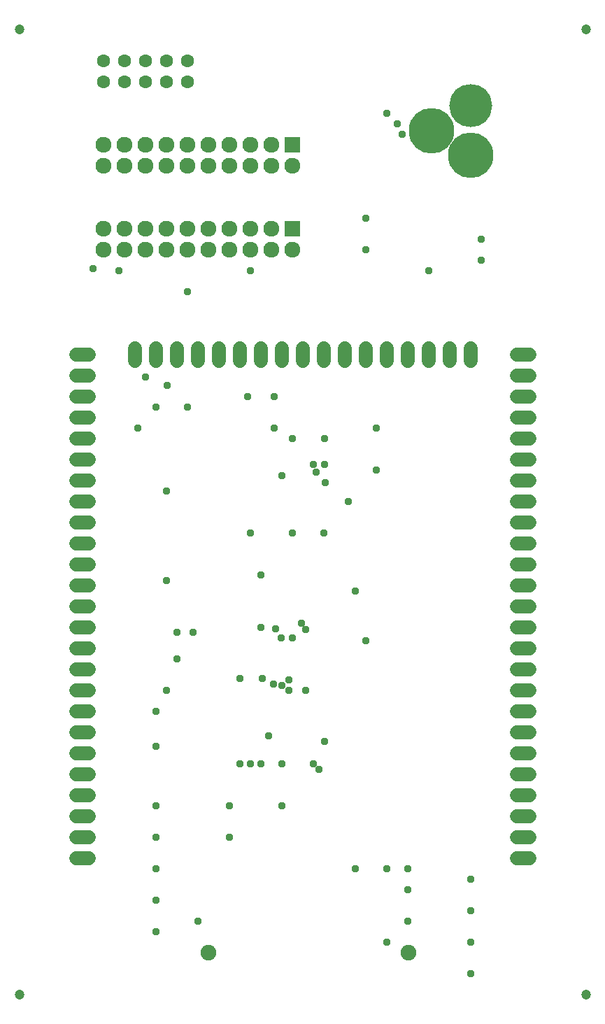
<source format=gbr>
G04 EAGLE Gerber RS-274X export*
G75*
%MOMM*%
%FSLAX34Y34*%
%LPD*%
%INSoldermask Bottom*%
%IPPOS*%
%AMOC8*
5,1,8,0,0,1.08239X$1,22.5*%
G01*
%ADD10C,1.203200*%
%ADD11C,1.600200*%
%ADD12R,1.928200X1.928200*%
%ADD13C,1.928200*%
%ADD14C,1.903200*%
%ADD15C,5.503200*%
%ADD16C,5.203200*%
%ADD17C,1.727200*%
%ADD18C,0.959600*%


D10*
X12700Y12700D03*
X698500Y12700D03*
X12700Y1181100D03*
X698500Y1181100D03*
D11*
X215900Y1143000D03*
X215900Y1117600D03*
X190500Y1143000D03*
X190500Y1117600D03*
X165100Y1143000D03*
X165100Y1117600D03*
X139700Y1143000D03*
X139700Y1117600D03*
X114300Y1143000D03*
X114300Y1117600D03*
D12*
X342900Y939800D03*
D13*
X342900Y914400D03*
X317500Y939800D03*
X317500Y914400D03*
X292100Y939800D03*
X292100Y914400D03*
X266700Y939800D03*
X266700Y914400D03*
X241300Y939800D03*
X241300Y914400D03*
X215900Y939800D03*
X215900Y914400D03*
X190500Y939800D03*
X190500Y914400D03*
X165100Y939800D03*
X165100Y914400D03*
X139700Y939800D03*
X139700Y914400D03*
X114300Y939800D03*
X114300Y914400D03*
D14*
X483300Y63830D03*
X241800Y63830D03*
D15*
X558800Y1028700D03*
D16*
X558800Y1088700D03*
D15*
X511800Y1058700D03*
D17*
X614680Y787400D02*
X629920Y787400D01*
X629920Y762000D02*
X614680Y762000D01*
X614680Y736600D02*
X629920Y736600D01*
X629920Y711200D02*
X614680Y711200D01*
X614680Y685800D02*
X629920Y685800D01*
X629920Y660400D02*
X614680Y660400D01*
X614680Y635000D02*
X629920Y635000D01*
X629920Y609600D02*
X614680Y609600D01*
X614680Y584200D02*
X629920Y584200D01*
X629920Y558800D02*
X614680Y558800D01*
X614680Y533400D02*
X629920Y533400D01*
X629920Y508000D02*
X614680Y508000D01*
X614680Y482600D02*
X629920Y482600D01*
X629920Y457200D02*
X614680Y457200D01*
X614680Y431800D02*
X629920Y431800D01*
X629920Y406400D02*
X614680Y406400D01*
X614680Y381000D02*
X629920Y381000D01*
X629920Y355600D02*
X614680Y355600D01*
X614680Y330200D02*
X629920Y330200D01*
X629920Y304800D02*
X614680Y304800D01*
X614680Y279400D02*
X629920Y279400D01*
X629920Y254000D02*
X614680Y254000D01*
X614680Y228600D02*
X629920Y228600D01*
X629920Y203200D02*
X614680Y203200D01*
X614680Y177800D02*
X629920Y177800D01*
X96520Y177800D02*
X81280Y177800D01*
X81280Y203200D02*
X96520Y203200D01*
X96520Y228600D02*
X81280Y228600D01*
X81280Y254000D02*
X96520Y254000D01*
X96520Y279400D02*
X81280Y279400D01*
X81280Y304800D02*
X96520Y304800D01*
X96520Y330200D02*
X81280Y330200D01*
X81280Y355600D02*
X96520Y355600D01*
X96520Y381000D02*
X81280Y381000D01*
X81280Y406400D02*
X96520Y406400D01*
X96520Y431800D02*
X81280Y431800D01*
X81280Y457200D02*
X96520Y457200D01*
X96520Y482600D02*
X81280Y482600D01*
X81280Y508000D02*
X96520Y508000D01*
X96520Y533400D02*
X81280Y533400D01*
X81280Y558800D02*
X96520Y558800D01*
X96520Y584200D02*
X81280Y584200D01*
X81280Y609600D02*
X96520Y609600D01*
X96520Y635000D02*
X81280Y635000D01*
X81280Y660400D02*
X96520Y660400D01*
X96520Y685800D02*
X81280Y685800D01*
X81280Y711200D02*
X96520Y711200D01*
X96520Y736600D02*
X81280Y736600D01*
X81280Y762000D02*
X96520Y762000D01*
X96520Y787400D02*
X81280Y787400D01*
X152400Y779780D02*
X152400Y795020D01*
X177800Y795020D02*
X177800Y779780D01*
X203200Y779780D02*
X203200Y795020D01*
X228600Y795020D02*
X228600Y779780D01*
X254000Y779780D02*
X254000Y795020D01*
X279400Y795020D02*
X279400Y779780D01*
X304800Y779780D02*
X304800Y795020D01*
X330200Y795020D02*
X330200Y779780D01*
X355600Y779780D02*
X355600Y795020D01*
X381000Y795020D02*
X381000Y779780D01*
X406400Y779780D02*
X406400Y795020D01*
X431800Y795020D02*
X431800Y779780D01*
X457200Y779780D02*
X457200Y795020D01*
X482600Y795020D02*
X482600Y779780D01*
X508000Y779780D02*
X508000Y795020D01*
X533400Y795020D02*
X533400Y779780D01*
X558800Y779780D02*
X558800Y795020D01*
D12*
X342900Y1041400D03*
D13*
X342900Y1016000D03*
X317500Y1041400D03*
X317500Y1016000D03*
X292100Y1041400D03*
X292100Y1016000D03*
X266700Y1041400D03*
X266700Y1016000D03*
X241300Y1041400D03*
X241300Y1016000D03*
X215900Y1041400D03*
X215900Y1016000D03*
X190500Y1041400D03*
X190500Y1016000D03*
X165100Y1041400D03*
X165100Y1016000D03*
X139700Y1041400D03*
X139700Y1016000D03*
X114300Y1041400D03*
X114300Y1016000D03*
D18*
X353770Y462609D03*
X571500Y901700D03*
X444500Y698500D03*
X339278Y381000D03*
X359278Y381000D03*
X508000Y889000D03*
X410962Y609600D03*
X190500Y514322D03*
X431800Y914400D03*
X203200Y419100D03*
X177800Y723900D03*
X191202Y750002D03*
X177800Y355600D03*
X177800Y313210D03*
X320962Y736600D03*
X289278Y736600D03*
X132870Y889000D03*
X292100Y889000D03*
X101600Y891258D03*
X339278Y393700D03*
X304800Y292100D03*
X558800Y114300D03*
X342900Y444500D03*
X368300Y292100D03*
X558800Y152400D03*
X330200Y387322D03*
X330200Y292100D03*
X177800Y241300D03*
X266700Y241300D03*
X330200Y241300D03*
X419100Y165100D03*
X329278Y444500D03*
X375638Y285674D03*
X177800Y127000D03*
X457200Y76200D03*
X482600Y139700D03*
X482600Y165100D03*
X320582Y388338D03*
X457200Y165100D03*
X306922Y395306D03*
X292100Y292100D03*
X558800Y76200D03*
X279400Y395306D03*
X279400Y292100D03*
X177800Y165100D03*
X215900Y863600D03*
X203200Y451678D03*
X222730Y451678D03*
X292100Y571500D03*
X330200Y640870D03*
X165100Y760250D03*
X381000Y571500D03*
X476222Y1054100D03*
X383274Y632726D03*
X469900Y1066800D03*
X381960Y654078D03*
X457200Y1079500D03*
X371922Y644990D03*
X368300Y654078D03*
X320962Y698721D03*
X156182Y698500D03*
X190500Y622300D03*
X304800Y457200D03*
X304800Y520700D03*
X322430Y455779D03*
X431800Y441170D03*
X419100Y501170D03*
X444500Y647700D03*
X571500Y927100D03*
X190500Y381000D03*
X381960Y319594D03*
X558800Y38100D03*
X431800Y952500D03*
X342900Y571500D03*
X215900Y723900D03*
X358844Y454830D03*
X177800Y88900D03*
X228600Y101600D03*
X482600Y101600D03*
X314260Y325910D03*
X177800Y203200D03*
X266700Y203200D03*
X342900Y685800D03*
X381734Y685800D03*
M02*

</source>
